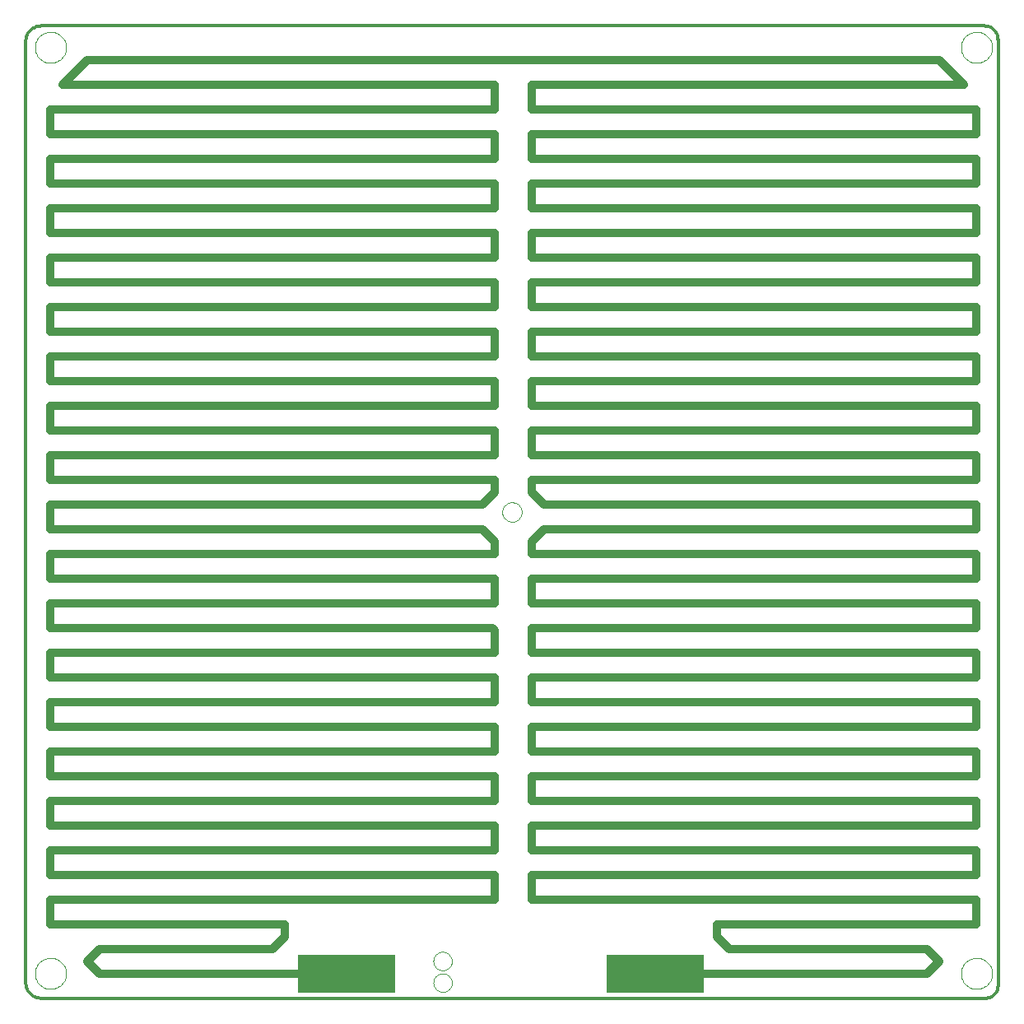
<source format=gtl>
G75*
%MOIN*%
%OFA0B0*%
%FSLAX24Y24*%
%IPPOS*%
%LPD*%
%AMOC8*
5,1,8,0,0,1.08239X$1,22.5*
%
%ADD10C,0.0120*%
%ADD11C,0.0000*%
%ADD12R,0.3937X0.1575*%
%ADD13C,0.1181*%
%ADD14C,0.0323*%
%ADD15C,0.0436*%
D10*
X003385Y002893D02*
X041630Y002893D01*
X041674Y002895D01*
X041717Y002901D01*
X041759Y002910D01*
X041801Y002923D01*
X041841Y002940D01*
X041880Y002960D01*
X041917Y002983D01*
X041951Y003010D01*
X041984Y003039D01*
X042013Y003072D01*
X042040Y003106D01*
X042063Y003143D01*
X042083Y003182D01*
X042100Y003222D01*
X042113Y003264D01*
X042122Y003306D01*
X042128Y003349D01*
X042130Y003393D01*
X042130Y041711D01*
X042129Y041711D02*
X042127Y041757D01*
X042121Y041802D01*
X042112Y041847D01*
X042099Y041890D01*
X042083Y041933D01*
X042062Y041974D01*
X042039Y042013D01*
X042013Y042050D01*
X041983Y042085D01*
X041951Y042117D01*
X041916Y042147D01*
X041879Y042173D01*
X041840Y042196D01*
X041799Y042217D01*
X041756Y042233D01*
X041713Y042246D01*
X041668Y042255D01*
X041623Y042261D01*
X041577Y042263D01*
X003381Y042263D01*
X003332Y042261D01*
X003284Y042255D01*
X003236Y042246D01*
X003189Y042233D01*
X003143Y042216D01*
X003099Y042195D01*
X003057Y042171D01*
X003016Y042144D01*
X002978Y042114D01*
X002942Y042081D01*
X002909Y042045D01*
X002879Y042007D01*
X002852Y041966D01*
X002828Y041924D01*
X002807Y041880D01*
X002790Y041834D01*
X002777Y041787D01*
X002768Y041739D01*
X002762Y041691D01*
X002760Y041642D01*
X002760Y003518D01*
X002762Y003469D01*
X002768Y003420D01*
X002777Y003372D01*
X002791Y003325D01*
X002808Y003279D01*
X002828Y003234D01*
X002852Y003191D01*
X002879Y003151D01*
X002910Y003112D01*
X002943Y003076D01*
X002979Y003043D01*
X003018Y003012D01*
X003058Y002985D01*
X003101Y002961D01*
X003146Y002941D01*
X003192Y002924D01*
X003239Y002910D01*
X003287Y002901D01*
X003336Y002895D01*
X003385Y002893D01*
D11*
X003130Y003893D02*
X003132Y003943D01*
X003138Y003993D01*
X003148Y004042D01*
X003162Y004090D01*
X003179Y004137D01*
X003200Y004182D01*
X003225Y004226D01*
X003253Y004267D01*
X003285Y004306D01*
X003319Y004343D01*
X003356Y004377D01*
X003396Y004407D01*
X003438Y004434D01*
X003482Y004458D01*
X003528Y004479D01*
X003575Y004495D01*
X003623Y004508D01*
X003673Y004517D01*
X003722Y004522D01*
X003773Y004523D01*
X003823Y004520D01*
X003872Y004513D01*
X003921Y004502D01*
X003969Y004487D01*
X004015Y004469D01*
X004060Y004447D01*
X004103Y004421D01*
X004144Y004392D01*
X004183Y004360D01*
X004219Y004325D01*
X004251Y004287D01*
X004281Y004247D01*
X004308Y004204D01*
X004331Y004160D01*
X004350Y004114D01*
X004366Y004066D01*
X004378Y004017D01*
X004386Y003968D01*
X004390Y003918D01*
X004390Y003868D01*
X004386Y003818D01*
X004378Y003769D01*
X004366Y003720D01*
X004350Y003672D01*
X004331Y003626D01*
X004308Y003582D01*
X004281Y003539D01*
X004251Y003499D01*
X004219Y003461D01*
X004183Y003426D01*
X004144Y003394D01*
X004103Y003365D01*
X004060Y003339D01*
X004015Y003317D01*
X003969Y003299D01*
X003921Y003284D01*
X003872Y003273D01*
X003823Y003266D01*
X003773Y003263D01*
X003722Y003264D01*
X003673Y003269D01*
X003623Y003278D01*
X003575Y003291D01*
X003528Y003307D01*
X003482Y003328D01*
X003438Y003352D01*
X003396Y003379D01*
X003356Y003409D01*
X003319Y003443D01*
X003285Y003480D01*
X003253Y003519D01*
X003225Y003560D01*
X003200Y003604D01*
X003179Y003649D01*
X003162Y003696D01*
X003148Y003744D01*
X003138Y003793D01*
X003132Y003843D01*
X003130Y003893D01*
X019261Y003518D02*
X019263Y003556D01*
X019269Y003595D01*
X019279Y003632D01*
X019292Y003668D01*
X019310Y003702D01*
X019330Y003735D01*
X019354Y003765D01*
X019381Y003792D01*
X019411Y003817D01*
X019442Y003839D01*
X019476Y003857D01*
X019512Y003871D01*
X019549Y003882D01*
X019587Y003889D01*
X019625Y003892D01*
X019664Y003891D01*
X019702Y003886D01*
X019740Y003877D01*
X019776Y003864D01*
X019811Y003848D01*
X019844Y003828D01*
X019875Y003805D01*
X019903Y003779D01*
X019928Y003750D01*
X019951Y003719D01*
X019970Y003685D01*
X019985Y003650D01*
X019997Y003613D01*
X020005Y003576D01*
X020009Y003537D01*
X020009Y003499D01*
X020005Y003460D01*
X019997Y003423D01*
X019985Y003386D01*
X019970Y003351D01*
X019951Y003317D01*
X019928Y003286D01*
X019903Y003257D01*
X019875Y003231D01*
X019844Y003208D01*
X019811Y003188D01*
X019776Y003172D01*
X019740Y003159D01*
X019702Y003150D01*
X019664Y003145D01*
X019625Y003144D01*
X019587Y003147D01*
X019549Y003154D01*
X019512Y003165D01*
X019476Y003179D01*
X019442Y003197D01*
X019411Y003219D01*
X019381Y003244D01*
X019354Y003271D01*
X019330Y003301D01*
X019310Y003334D01*
X019292Y003368D01*
X019279Y003404D01*
X019269Y003441D01*
X019263Y003480D01*
X019261Y003518D01*
X019261Y004393D02*
X019263Y004431D01*
X019269Y004470D01*
X019279Y004507D01*
X019292Y004543D01*
X019310Y004577D01*
X019330Y004610D01*
X019354Y004640D01*
X019381Y004667D01*
X019411Y004692D01*
X019442Y004714D01*
X019476Y004732D01*
X019512Y004746D01*
X019549Y004757D01*
X019587Y004764D01*
X019625Y004767D01*
X019664Y004766D01*
X019702Y004761D01*
X019740Y004752D01*
X019776Y004739D01*
X019811Y004723D01*
X019844Y004703D01*
X019875Y004680D01*
X019903Y004654D01*
X019928Y004625D01*
X019951Y004594D01*
X019970Y004560D01*
X019985Y004525D01*
X019997Y004488D01*
X020005Y004451D01*
X020009Y004412D01*
X020009Y004374D01*
X020005Y004335D01*
X019997Y004298D01*
X019985Y004261D01*
X019970Y004226D01*
X019951Y004192D01*
X019928Y004161D01*
X019903Y004132D01*
X019875Y004106D01*
X019844Y004083D01*
X019811Y004063D01*
X019776Y004047D01*
X019740Y004034D01*
X019702Y004025D01*
X019664Y004020D01*
X019625Y004019D01*
X019587Y004022D01*
X019549Y004029D01*
X019512Y004040D01*
X019476Y004054D01*
X019442Y004072D01*
X019411Y004094D01*
X019381Y004119D01*
X019354Y004146D01*
X019330Y004176D01*
X019310Y004209D01*
X019292Y004243D01*
X019279Y004279D01*
X019269Y004316D01*
X019263Y004355D01*
X019261Y004393D01*
X022051Y022578D02*
X022053Y022617D01*
X022059Y022656D01*
X022069Y022694D01*
X022082Y022731D01*
X022099Y022766D01*
X022119Y022800D01*
X022143Y022831D01*
X022170Y022860D01*
X022199Y022886D01*
X022231Y022909D01*
X022265Y022929D01*
X022301Y022945D01*
X022338Y022957D01*
X022377Y022966D01*
X022416Y022971D01*
X022455Y022972D01*
X022494Y022969D01*
X022533Y022962D01*
X022570Y022951D01*
X022607Y022937D01*
X022642Y022919D01*
X022675Y022898D01*
X022706Y022873D01*
X022734Y022846D01*
X022759Y022816D01*
X022781Y022783D01*
X022800Y022749D01*
X022815Y022713D01*
X022827Y022675D01*
X022835Y022637D01*
X022839Y022598D01*
X022839Y022558D01*
X022835Y022519D01*
X022827Y022481D01*
X022815Y022443D01*
X022800Y022407D01*
X022781Y022373D01*
X022759Y022340D01*
X022734Y022310D01*
X022706Y022283D01*
X022675Y022258D01*
X022642Y022237D01*
X022607Y022219D01*
X022570Y022205D01*
X022533Y022194D01*
X022494Y022187D01*
X022455Y022184D01*
X022416Y022185D01*
X022377Y022190D01*
X022338Y022199D01*
X022301Y022211D01*
X022265Y022227D01*
X022231Y022247D01*
X022199Y022270D01*
X022170Y022296D01*
X022143Y022325D01*
X022119Y022356D01*
X022099Y022390D01*
X022082Y022425D01*
X022069Y022462D01*
X022059Y022500D01*
X022053Y022539D01*
X022051Y022578D01*
X003130Y041393D02*
X003132Y041443D01*
X003138Y041493D01*
X003148Y041542D01*
X003162Y041590D01*
X003179Y041637D01*
X003200Y041682D01*
X003225Y041726D01*
X003253Y041767D01*
X003285Y041806D01*
X003319Y041843D01*
X003356Y041877D01*
X003396Y041907D01*
X003438Y041934D01*
X003482Y041958D01*
X003528Y041979D01*
X003575Y041995D01*
X003623Y042008D01*
X003673Y042017D01*
X003722Y042022D01*
X003773Y042023D01*
X003823Y042020D01*
X003872Y042013D01*
X003921Y042002D01*
X003969Y041987D01*
X004015Y041969D01*
X004060Y041947D01*
X004103Y041921D01*
X004144Y041892D01*
X004183Y041860D01*
X004219Y041825D01*
X004251Y041787D01*
X004281Y041747D01*
X004308Y041704D01*
X004331Y041660D01*
X004350Y041614D01*
X004366Y041566D01*
X004378Y041517D01*
X004386Y041468D01*
X004390Y041418D01*
X004390Y041368D01*
X004386Y041318D01*
X004378Y041269D01*
X004366Y041220D01*
X004350Y041172D01*
X004331Y041126D01*
X004308Y041082D01*
X004281Y041039D01*
X004251Y040999D01*
X004219Y040961D01*
X004183Y040926D01*
X004144Y040894D01*
X004103Y040865D01*
X004060Y040839D01*
X004015Y040817D01*
X003969Y040799D01*
X003921Y040784D01*
X003872Y040773D01*
X003823Y040766D01*
X003773Y040763D01*
X003722Y040764D01*
X003673Y040769D01*
X003623Y040778D01*
X003575Y040791D01*
X003528Y040807D01*
X003482Y040828D01*
X003438Y040852D01*
X003396Y040879D01*
X003356Y040909D01*
X003319Y040943D01*
X003285Y040980D01*
X003253Y041019D01*
X003225Y041060D01*
X003200Y041104D01*
X003179Y041149D01*
X003162Y041196D01*
X003148Y041244D01*
X003138Y041293D01*
X003132Y041343D01*
X003130Y041393D01*
X040630Y041393D02*
X040632Y041443D01*
X040638Y041493D01*
X040648Y041542D01*
X040662Y041590D01*
X040679Y041637D01*
X040700Y041682D01*
X040725Y041726D01*
X040753Y041767D01*
X040785Y041806D01*
X040819Y041843D01*
X040856Y041877D01*
X040896Y041907D01*
X040938Y041934D01*
X040982Y041958D01*
X041028Y041979D01*
X041075Y041995D01*
X041123Y042008D01*
X041173Y042017D01*
X041222Y042022D01*
X041273Y042023D01*
X041323Y042020D01*
X041372Y042013D01*
X041421Y042002D01*
X041469Y041987D01*
X041515Y041969D01*
X041560Y041947D01*
X041603Y041921D01*
X041644Y041892D01*
X041683Y041860D01*
X041719Y041825D01*
X041751Y041787D01*
X041781Y041747D01*
X041808Y041704D01*
X041831Y041660D01*
X041850Y041614D01*
X041866Y041566D01*
X041878Y041517D01*
X041886Y041468D01*
X041890Y041418D01*
X041890Y041368D01*
X041886Y041318D01*
X041878Y041269D01*
X041866Y041220D01*
X041850Y041172D01*
X041831Y041126D01*
X041808Y041082D01*
X041781Y041039D01*
X041751Y040999D01*
X041719Y040961D01*
X041683Y040926D01*
X041644Y040894D01*
X041603Y040865D01*
X041560Y040839D01*
X041515Y040817D01*
X041469Y040799D01*
X041421Y040784D01*
X041372Y040773D01*
X041323Y040766D01*
X041273Y040763D01*
X041222Y040764D01*
X041173Y040769D01*
X041123Y040778D01*
X041075Y040791D01*
X041028Y040807D01*
X040982Y040828D01*
X040938Y040852D01*
X040896Y040879D01*
X040856Y040909D01*
X040819Y040943D01*
X040785Y040980D01*
X040753Y041019D01*
X040725Y041060D01*
X040700Y041104D01*
X040679Y041149D01*
X040662Y041196D01*
X040648Y041244D01*
X040638Y041293D01*
X040632Y041343D01*
X040630Y041393D01*
X040630Y003893D02*
X040632Y003943D01*
X040638Y003993D01*
X040648Y004042D01*
X040662Y004090D01*
X040679Y004137D01*
X040700Y004182D01*
X040725Y004226D01*
X040753Y004267D01*
X040785Y004306D01*
X040819Y004343D01*
X040856Y004377D01*
X040896Y004407D01*
X040938Y004434D01*
X040982Y004458D01*
X041028Y004479D01*
X041075Y004495D01*
X041123Y004508D01*
X041173Y004517D01*
X041222Y004522D01*
X041273Y004523D01*
X041323Y004520D01*
X041372Y004513D01*
X041421Y004502D01*
X041469Y004487D01*
X041515Y004469D01*
X041560Y004447D01*
X041603Y004421D01*
X041644Y004392D01*
X041683Y004360D01*
X041719Y004325D01*
X041751Y004287D01*
X041781Y004247D01*
X041808Y004204D01*
X041831Y004160D01*
X041850Y004114D01*
X041866Y004066D01*
X041878Y004017D01*
X041886Y003968D01*
X041890Y003918D01*
X041890Y003868D01*
X041886Y003818D01*
X041878Y003769D01*
X041866Y003720D01*
X041850Y003672D01*
X041831Y003626D01*
X041808Y003582D01*
X041781Y003539D01*
X041751Y003499D01*
X041719Y003461D01*
X041683Y003426D01*
X041644Y003394D01*
X041603Y003365D01*
X041560Y003339D01*
X041515Y003317D01*
X041469Y003299D01*
X041421Y003284D01*
X041372Y003273D01*
X041323Y003266D01*
X041273Y003263D01*
X041222Y003264D01*
X041173Y003269D01*
X041123Y003278D01*
X041075Y003291D01*
X041028Y003307D01*
X040982Y003328D01*
X040938Y003352D01*
X040896Y003379D01*
X040856Y003409D01*
X040819Y003443D01*
X040785Y003480D01*
X040753Y003519D01*
X040725Y003560D01*
X040700Y003604D01*
X040679Y003649D01*
X040662Y003696D01*
X040648Y003744D01*
X040638Y003793D01*
X040632Y003843D01*
X040630Y003893D01*
D12*
X028260Y003893D03*
X015760Y003893D03*
D13*
X015691Y003893D02*
X014510Y003893D01*
X028328Y003893D02*
X029510Y003893D01*
D14*
X039260Y003893D01*
X039760Y004393D01*
X039260Y004893D01*
X031260Y004893D01*
X030760Y005393D01*
X030760Y005893D01*
X041260Y005893D01*
X041260Y006893D01*
X023260Y006893D01*
X023260Y007893D01*
X041260Y007893D01*
X041260Y008893D01*
X023260Y008893D01*
X023260Y009893D01*
X041260Y009893D01*
X041260Y010893D01*
X023260Y010893D01*
X023260Y011893D01*
X041260Y011893D01*
X041260Y012893D01*
X023260Y012893D01*
X023260Y013893D01*
X041260Y013893D01*
X041260Y014893D01*
X023260Y014893D01*
X023260Y015893D01*
X041260Y015893D01*
X041260Y016893D01*
X023260Y016893D01*
X023260Y017893D01*
X041260Y017893D01*
X041260Y018893D01*
X023260Y018893D01*
X023260Y019893D01*
X041260Y019893D01*
X041260Y020893D01*
X023260Y020893D01*
X023260Y021393D01*
X023760Y021893D01*
X041260Y021893D01*
X041260Y022893D01*
X023760Y022893D01*
X023260Y023393D01*
X023260Y023893D01*
X041260Y023893D01*
X041260Y024893D01*
X023260Y024893D01*
X023260Y025893D01*
X041260Y025893D01*
X041260Y026893D01*
X023260Y026893D01*
X023260Y027893D01*
X041260Y027893D01*
X041260Y028893D01*
X023260Y028893D01*
X023260Y029893D01*
X041260Y029893D01*
X041260Y030893D01*
X023260Y030893D01*
X023260Y031893D01*
X041260Y031893D01*
X041260Y032893D01*
X023260Y032893D01*
X023260Y033893D01*
X041260Y033893D01*
X041260Y034893D01*
X023260Y034893D01*
X023260Y035893D01*
X041260Y035893D01*
X041260Y036893D01*
X023260Y036893D01*
X023260Y037893D01*
X041260Y037893D01*
X041260Y038893D01*
X023260Y038893D01*
X023260Y039893D01*
X040760Y039893D01*
X039760Y040893D01*
X005260Y040893D01*
X004260Y039893D01*
X021760Y039893D01*
X021760Y038893D01*
X003760Y038893D01*
X003760Y037893D01*
X021760Y037893D01*
X021760Y036893D01*
X003760Y036893D01*
X003760Y035893D01*
X021760Y035893D01*
X021760Y034893D01*
X003760Y034893D01*
X003760Y033893D01*
X021760Y033893D01*
X021760Y032893D01*
X003760Y032893D01*
X003760Y031893D01*
X021760Y031893D01*
X021760Y030893D01*
X003760Y030893D01*
X003760Y029893D01*
X021760Y029893D01*
X021760Y028893D01*
X003760Y028893D01*
X003760Y027893D01*
X021760Y027893D01*
X021760Y026893D01*
X003760Y026893D01*
X003760Y025893D01*
X021760Y025893D01*
X021760Y024893D01*
X003760Y024893D01*
X003760Y023893D01*
X021760Y023893D01*
X021760Y023393D01*
X021260Y022893D01*
X003760Y022893D01*
X003760Y021893D01*
X021260Y021893D01*
X021760Y021393D01*
X021760Y020893D01*
X003760Y020893D01*
X003760Y019893D01*
X021760Y019893D01*
X021760Y018893D01*
X003760Y018893D01*
X003760Y017893D01*
X021635Y017893D01*
X021760Y017768D01*
X021760Y016893D01*
X003760Y016893D01*
X003760Y015893D01*
X021760Y015893D01*
X021760Y014893D01*
X003760Y014893D01*
X003760Y013893D01*
X021760Y013893D01*
X021760Y012893D01*
X003760Y012893D01*
X003760Y011893D01*
X021760Y011893D01*
X021760Y010893D01*
X003760Y010893D01*
X003760Y009893D01*
X021760Y009893D01*
X021760Y008893D01*
X003760Y008893D01*
X003760Y007893D01*
X021760Y007893D01*
X021760Y006893D01*
X003760Y006893D01*
X003760Y005893D01*
X013260Y005893D01*
X013260Y005393D01*
X012760Y004893D01*
X005760Y004893D01*
X005260Y004393D01*
X005760Y003893D01*
X014510Y003893D01*
X015760Y003893D01*
X028260Y003893D02*
X029510Y003893D01*
D15*
X028760Y003393D03*
X028260Y003893D03*
X028760Y004393D03*
X027760Y004393D03*
X027260Y003893D03*
X027760Y003393D03*
X026760Y003393D03*
X026760Y004393D03*
X017260Y004393D03*
X016760Y003893D03*
X017260Y003393D03*
X016260Y003393D03*
X015760Y003893D03*
X015260Y003393D03*
X015260Y004393D03*
X016260Y004393D03*
M02*

</source>
